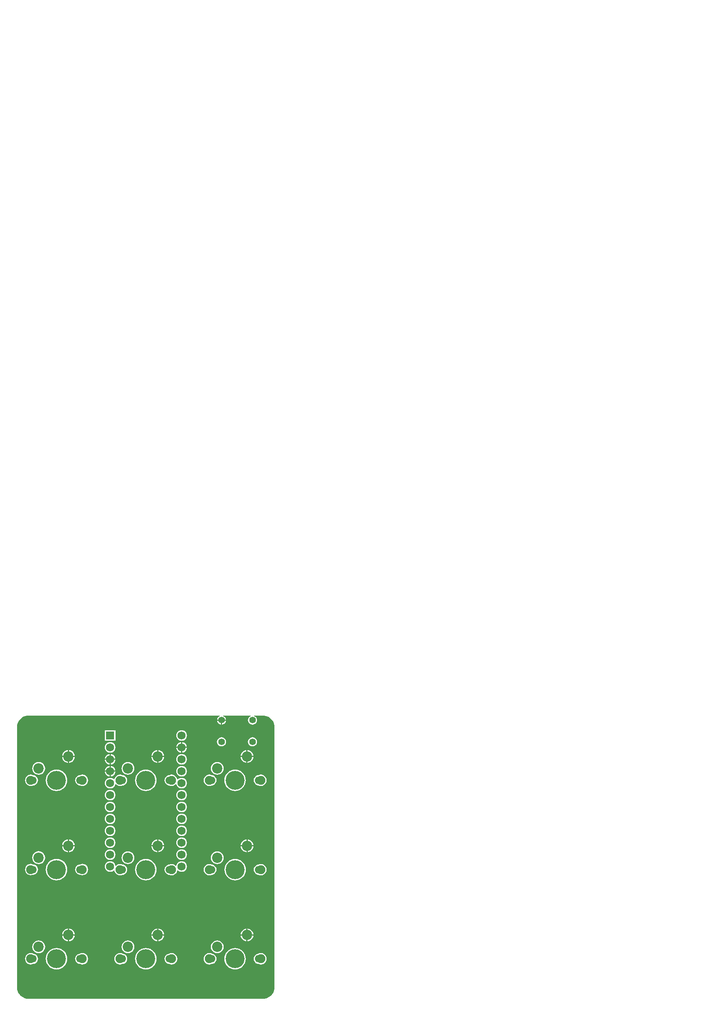
<source format=gbr>
%TF.GenerationSoftware,Altium Limited,Altium Designer,20.1.12 (249)*%
G04 Layer_Physical_Order=1*
G04 Layer_Color=255*
%FSLAX26Y26*%
%MOIN*%
%TF.SameCoordinates,63403D4D-F3CE-4837-A966-4B93B91F9A20*%
%TF.FilePolarity,Positive*%
%TF.FileFunction,Copper,L1,Top,Signal*%
%TF.Part,Single*%
G01*
G75*
%TA.AperFunction,ComponentPad*%
%ADD10C,0.069016*%
%ADD11R,0.069016X0.069016*%
%ADD12C,0.086614*%
%ADD13C,0.066929*%
%ADD14C,0.074803*%
%ADD15C,0.159449*%
%ADD16C,0.055118*%
G36*
X2099802Y2378590D02*
X2117356Y2371319D01*
X2133155Y2360763D01*
X2146590Y2347328D01*
X2157146Y2331530D01*
X2164417Y2313976D01*
X2168124Y2295341D01*
Y2285840D01*
Y99817D01*
Y90511D01*
X2164493Y72256D01*
X2157370Y55060D01*
X2147029Y39584D01*
X2133868Y26423D01*
X2118392Y16082D01*
X2101197Y8960D01*
X2082942Y5329D01*
X2073636Y5329D01*
X93067D01*
X75192Y8884D01*
X58354Y15858D01*
X43201Y25984D01*
X30314Y38870D01*
X20189Y54024D01*
X13215Y70861D01*
X9659Y88736D01*
X9659Y97848D01*
Y2287809D01*
Y2297115D01*
X13290Y2315370D01*
X20413Y2332566D01*
X30754Y2348042D01*
X43915Y2361203D01*
X59390Y2371543D01*
X76586Y2378666D01*
X94841Y2382297D01*
X1709228D01*
X1710223Y2377297D01*
X1705468Y2375327D01*
X1697622Y2369307D01*
X1691602Y2361461D01*
X1687817Y2352325D01*
X1687185Y2347520D01*
X1724410D01*
X1761634D01*
X1761002Y2352325D01*
X1757217Y2361461D01*
X1751197Y2369307D01*
X1743351Y2375327D01*
X1738596Y2377297D01*
X1739591Y2382297D01*
X1969071D01*
X1970065Y2377297D01*
X1965310Y2375327D01*
X1957465Y2369307D01*
X1951444Y2361461D01*
X1947660Y2352325D01*
X1946369Y2342520D01*
X1947660Y2332715D01*
X1951444Y2323578D01*
X1957465Y2315732D01*
X1965310Y2309712D01*
X1974447Y2305927D01*
X1984252Y2304637D01*
X1994057Y2305927D01*
X2003194Y2309712D01*
X2011039Y2315732D01*
X2017060Y2323578D01*
X2020844Y2332715D01*
X2022135Y2342520D01*
X2020844Y2352325D01*
X2017060Y2361461D01*
X2011039Y2369307D01*
X2003194Y2375327D01*
X1998438Y2377297D01*
X1999433Y2382297D01*
X2081167D01*
X2099802Y2378590D01*
D02*
G37*
G36*
X5782598Y8184882D02*
D01*
D02*
G37*
%LPC*%
G36*
X1761634Y2337520D02*
X1729410D01*
Y2305295D01*
X1734214Y2305927D01*
X1743351Y2309712D01*
X1751197Y2315732D01*
X1757217Y2323578D01*
X1761002Y2332715D01*
X1761634Y2337520D01*
D02*
G37*
G36*
X1719410D02*
X1687185D01*
X1687817Y2332715D01*
X1691602Y2323578D01*
X1697622Y2315732D01*
X1705468Y2309712D01*
X1714605Y2305927D01*
X1719410Y2305295D01*
Y2337520D01*
D02*
G37*
G36*
X834272Y2258681D02*
X745256D01*
Y2169665D01*
X834272D01*
Y2258681D01*
D02*
G37*
G36*
X1389764Y2259065D02*
X1378145Y2257535D01*
X1367318Y2253051D01*
X1358020Y2245917D01*
X1350886Y2236619D01*
X1346402Y2225792D01*
X1344872Y2214173D01*
X1346402Y2202554D01*
X1350886Y2191727D01*
X1358020Y2182430D01*
X1367318Y2175296D01*
X1378145Y2170811D01*
X1389764Y2169281D01*
X1401383Y2170811D01*
X1412210Y2175296D01*
X1421507Y2182430D01*
X1428641Y2191727D01*
X1433126Y2202554D01*
X1434656Y2214173D01*
X1433126Y2225792D01*
X1428641Y2236619D01*
X1421507Y2245917D01*
X1412210Y2253051D01*
X1401383Y2257535D01*
X1389764Y2259065D01*
D02*
G37*
G36*
X1984252Y2199300D02*
X1974447Y2198010D01*
X1965310Y2194225D01*
X1957465Y2188205D01*
X1951444Y2180359D01*
X1947660Y2171222D01*
X1946369Y2161417D01*
X1947660Y2151613D01*
X1951444Y2142476D01*
X1957465Y2134630D01*
X1965310Y2128610D01*
X1974447Y2124825D01*
X1984252Y2123534D01*
X1994057Y2124825D01*
X2003194Y2128610D01*
X2011039Y2134630D01*
X2017060Y2142476D01*
X2020844Y2151613D01*
X2022135Y2161417D01*
X2020844Y2171222D01*
X2017060Y2180359D01*
X2011039Y2188205D01*
X2003194Y2194225D01*
X1994057Y2198010D01*
X1984252Y2199300D01*
D02*
G37*
G36*
X1724409D02*
X1714605Y2198010D01*
X1705468Y2194225D01*
X1697622Y2188205D01*
X1691602Y2180359D01*
X1687817Y2171222D01*
X1686526Y2161417D01*
X1687817Y2151613D01*
X1691602Y2142476D01*
X1697622Y2134630D01*
X1705468Y2128610D01*
X1714605Y2124825D01*
X1724409Y2123534D01*
X1734214Y2124825D01*
X1743351Y2128610D01*
X1751197Y2134630D01*
X1757217Y2142476D01*
X1761002Y2151613D01*
X1762293Y2161417D01*
X1761002Y2171222D01*
X1757217Y2180359D01*
X1751197Y2188205D01*
X1743351Y2194225D01*
X1734214Y2198010D01*
X1724409Y2199300D01*
D02*
G37*
G36*
X1394764Y2158407D02*
Y2119173D01*
X1433997D01*
X1433126Y2125792D01*
X1428641Y2136619D01*
X1421507Y2145917D01*
X1412210Y2153051D01*
X1401383Y2157535D01*
X1394764Y2158407D01*
D02*
G37*
G36*
X1384764D02*
X1378145Y2157535D01*
X1367318Y2153051D01*
X1358020Y2145917D01*
X1350886Y2136619D01*
X1346402Y2125792D01*
X1345530Y2119173D01*
X1384764D01*
Y2158407D01*
D02*
G37*
G36*
X1433997Y2109173D02*
X1394764D01*
Y2069940D01*
X1401383Y2070811D01*
X1412210Y2075296D01*
X1421507Y2082430D01*
X1428641Y2091727D01*
X1433126Y2102554D01*
X1433997Y2109173D01*
D02*
G37*
G36*
X1384764D02*
X1345530D01*
X1346402Y2102554D01*
X1350886Y2091727D01*
X1358020Y2082430D01*
X1367318Y2075296D01*
X1378145Y2070811D01*
X1384764Y2069940D01*
Y2109173D01*
D02*
G37*
G36*
X789764Y2159065D02*
X778145Y2157535D01*
X767318Y2153051D01*
X758020Y2145917D01*
X750886Y2136619D01*
X746402Y2125792D01*
X744872Y2114173D01*
X746402Y2102554D01*
X750886Y2091727D01*
X758020Y2082430D01*
X767318Y2075296D01*
X778145Y2070811D01*
X789764Y2069281D01*
X801383Y2070811D01*
X812210Y2075296D01*
X821507Y2082430D01*
X828641Y2091727D01*
X833126Y2102554D01*
X834656Y2114173D01*
X833126Y2125792D01*
X828641Y2136619D01*
X821507Y2145917D01*
X812210Y2153051D01*
X801383Y2157535D01*
X789764Y2159065D01*
D02*
G37*
G36*
X1943539Y2091180D02*
Y2043071D01*
X1991648D01*
X1990474Y2051987D01*
X1985103Y2064954D01*
X1976559Y2076090D01*
X1965423Y2084635D01*
X1952455Y2090006D01*
X1943539Y2091180D01*
D02*
G37*
G36*
X1933539D02*
X1924623Y2090006D01*
X1911656Y2084635D01*
X1900520Y2076090D01*
X1891976Y2064954D01*
X1886604Y2051987D01*
X1885431Y2043071D01*
X1933539D01*
Y2091180D01*
D02*
G37*
G36*
X1194327D02*
Y2043071D01*
X1242436D01*
X1241262Y2051987D01*
X1235891Y2064954D01*
X1227346Y2076090D01*
X1216210Y2084635D01*
X1203243Y2090006D01*
X1194327Y2091180D01*
D02*
G37*
G36*
X1184327D02*
X1175411Y2090006D01*
X1162443Y2084635D01*
X1151308Y2076090D01*
X1142763Y2064954D01*
X1137392Y2051987D01*
X1136218Y2043071D01*
X1184327D01*
Y2091180D01*
D02*
G37*
G36*
X445114D02*
Y2043071D01*
X493223D01*
X492049Y2051987D01*
X486678Y2064954D01*
X478133Y2076090D01*
X466998Y2084635D01*
X454030Y2090006D01*
X445114Y2091180D01*
D02*
G37*
G36*
X435114D02*
X426198Y2090006D01*
X413231Y2084635D01*
X402095Y2076090D01*
X393550Y2064954D01*
X388179Y2051987D01*
X387005Y2043071D01*
X435114D01*
Y2091180D01*
D02*
G37*
G36*
X794764Y2058407D02*
Y2019173D01*
X833997D01*
X833126Y2025792D01*
X828641Y2036619D01*
X821507Y2045917D01*
X812210Y2053051D01*
X801383Y2057535D01*
X794764Y2058407D01*
D02*
G37*
G36*
X784764D02*
X778145Y2057535D01*
X767318Y2053051D01*
X758020Y2045917D01*
X750886Y2036619D01*
X746402Y2025792D01*
X745530Y2019173D01*
X784764D01*
Y2058407D01*
D02*
G37*
G36*
X1991648Y2033071D02*
X1943539D01*
Y1984962D01*
X1952455Y1986136D01*
X1965423Y1991507D01*
X1976559Y2000052D01*
X1985103Y2011187D01*
X1990474Y2024155D01*
X1991648Y2033071D01*
D02*
G37*
G36*
X1933539D02*
X1885431D01*
X1886604Y2024155D01*
X1891976Y2011187D01*
X1900520Y2000052D01*
X1911656Y1991507D01*
X1924623Y1986136D01*
X1933539Y1984962D01*
Y2033071D01*
D02*
G37*
G36*
X493223D02*
X445114D01*
Y1984962D01*
X454030Y1986136D01*
X466998Y1991507D01*
X478133Y2000052D01*
X486678Y2011187D01*
X492049Y2024155D01*
X493223Y2033071D01*
D02*
G37*
G36*
X435114D02*
X387005D01*
X388179Y2024155D01*
X393550Y2011187D01*
X402095Y2000052D01*
X413231Y1991507D01*
X426198Y1986136D01*
X435114Y1984962D01*
Y2033071D01*
D02*
G37*
G36*
X1242436D02*
X1194327D01*
Y1984962D01*
X1203243Y1986136D01*
X1216210Y1991507D01*
X1227346Y2000052D01*
X1235891Y2011187D01*
X1241262Y2024155D01*
X1242436Y2033071D01*
D02*
G37*
G36*
X1184327D02*
X1136218D01*
X1137392Y2024155D01*
X1142763Y2011187D01*
X1151308Y2000052D01*
X1162443Y1991507D01*
X1175411Y1986136D01*
X1184327Y1984962D01*
Y2033071D01*
D02*
G37*
G36*
X833997Y2009173D02*
X794764D01*
Y1969940D01*
X801383Y1970811D01*
X812210Y1975296D01*
X821507Y1982430D01*
X828641Y1991727D01*
X833126Y2002554D01*
X833997Y2009173D01*
D02*
G37*
G36*
X784764D02*
X745530D01*
X746402Y2002554D01*
X750886Y1991727D01*
X758020Y1982430D01*
X767318Y1975296D01*
X778145Y1970811D01*
X784764Y1969940D01*
Y2009173D01*
D02*
G37*
G36*
X1389764Y2059065D02*
X1378145Y2057535D01*
X1367318Y2053051D01*
X1358020Y2045917D01*
X1350886Y2036619D01*
X1346402Y2025792D01*
X1344872Y2014173D01*
X1346402Y2002554D01*
X1350886Y1991727D01*
X1358020Y1982430D01*
X1367318Y1975296D01*
X1378145Y1970811D01*
X1389764Y1969281D01*
X1401383Y1970811D01*
X1412210Y1975296D01*
X1421507Y1982430D01*
X1428641Y1991727D01*
X1433126Y2002554D01*
X1434656Y2014173D01*
X1433126Y2025792D01*
X1428641Y2036619D01*
X1421507Y2045917D01*
X1412210Y2053051D01*
X1401383Y2057535D01*
X1389764Y2059065D01*
D02*
G37*
G36*
X794764Y1958407D02*
Y1919173D01*
X833997D01*
X833126Y1925792D01*
X828641Y1936619D01*
X821507Y1945917D01*
X812210Y1953051D01*
X801383Y1957535D01*
X794764Y1958407D01*
D02*
G37*
G36*
X784764D02*
X778145Y1957535D01*
X767318Y1953051D01*
X758020Y1945917D01*
X750886Y1936619D01*
X746402Y1925792D01*
X745530Y1919173D01*
X784764D01*
Y1958407D01*
D02*
G37*
G36*
X1688539Y1991838D02*
X1674623Y1990006D01*
X1661656Y1984635D01*
X1650520Y1976090D01*
X1641976Y1964954D01*
X1636604Y1951987D01*
X1634772Y1938071D01*
X1636604Y1924155D01*
X1641976Y1911187D01*
X1650520Y1900052D01*
X1661656Y1891507D01*
X1674623Y1886136D01*
X1688539Y1884304D01*
X1702455Y1886136D01*
X1715423Y1891507D01*
X1726559Y1900052D01*
X1735103Y1911187D01*
X1740474Y1924155D01*
X1742306Y1938071D01*
X1740474Y1951987D01*
X1735103Y1964954D01*
X1726559Y1976090D01*
X1715423Y1984635D01*
X1702455Y1990006D01*
X1688539Y1991838D01*
D02*
G37*
G36*
X939327D02*
X925411Y1990006D01*
X912443Y1984635D01*
X901308Y1976090D01*
X892763Y1964954D01*
X887392Y1951987D01*
X885560Y1938071D01*
X887392Y1924155D01*
X892763Y1911187D01*
X901308Y1900052D01*
X912443Y1891507D01*
X925411Y1886136D01*
X939327Y1884304D01*
X953243Y1886136D01*
X966210Y1891507D01*
X977346Y1900052D01*
X985891Y1911187D01*
X991262Y1924155D01*
X993094Y1938071D01*
X991262Y1951987D01*
X985891Y1964954D01*
X977346Y1976090D01*
X966210Y1984635D01*
X953243Y1990006D01*
X939327Y1991838D01*
D02*
G37*
G36*
X190114D02*
X176198Y1990006D01*
X163231Y1984635D01*
X152095Y1976090D01*
X143550Y1964954D01*
X138179Y1951987D01*
X136347Y1938071D01*
X138179Y1924155D01*
X143550Y1911187D01*
X152095Y1900052D01*
X163231Y1891507D01*
X176198Y1886136D01*
X190114Y1884304D01*
X204030Y1886136D01*
X216998Y1891507D01*
X228133Y1900052D01*
X236678Y1911187D01*
X242049Y1924155D01*
X243881Y1938071D01*
X242049Y1951987D01*
X236678Y1964954D01*
X228133Y1976090D01*
X216998Y1984635D01*
X204030Y1990006D01*
X190114Y1991838D01*
D02*
G37*
G36*
X833997Y1909173D02*
X794764D01*
Y1869940D01*
X801383Y1870811D01*
X812210Y1875296D01*
X821507Y1882430D01*
X828641Y1891727D01*
X833126Y1902554D01*
X833997Y1909173D01*
D02*
G37*
G36*
X784764D02*
X745530D01*
X746402Y1902554D01*
X750886Y1891727D01*
X758020Y1882430D01*
X767318Y1875296D01*
X778145Y1870811D01*
X784764Y1869940D01*
Y1909173D01*
D02*
G37*
G36*
X1389764Y1959065D02*
X1378145Y1957535D01*
X1367318Y1953051D01*
X1358020Y1945917D01*
X1350886Y1936619D01*
X1346402Y1925792D01*
X1344872Y1914173D01*
X1346402Y1902554D01*
X1350886Y1891727D01*
X1358020Y1882430D01*
X1367318Y1875296D01*
X1378145Y1870811D01*
X1389764Y1869281D01*
X1401383Y1870811D01*
X1412210Y1875296D01*
X1421507Y1882430D01*
X1428641Y1891727D01*
X1433126Y1902554D01*
X1434656Y1914173D01*
X1433126Y1925792D01*
X1428641Y1936619D01*
X1421507Y1945917D01*
X1412210Y1953051D01*
X1401383Y1957535D01*
X1389764Y1959065D01*
D02*
G37*
G36*
X872791Y1885881D02*
X860417Y1884252D01*
X848886Y1879476D01*
X838984Y1871878D01*
X831386Y1861976D01*
X826610Y1850445D01*
X826179Y1847168D01*
X825450Y1846973D01*
X821020Y1846291D01*
X812210Y1853051D01*
X801383Y1857535D01*
X789764Y1859065D01*
X778145Y1857535D01*
X767318Y1853051D01*
X758020Y1845917D01*
X750886Y1836619D01*
X746402Y1825792D01*
X744872Y1814173D01*
X746402Y1802554D01*
X750886Y1791727D01*
X758020Y1782430D01*
X767318Y1775296D01*
X778145Y1770811D01*
X789764Y1769281D01*
X801383Y1770811D01*
X812210Y1775296D01*
X821507Y1782430D01*
X828641Y1791727D01*
X833126Y1802554D01*
X833323Y1804053D01*
X838153Y1805347D01*
X838984Y1804264D01*
X848886Y1796666D01*
X860417Y1791889D01*
X872791Y1790260D01*
X885166Y1791889D01*
X891515Y1794519D01*
X900673Y1795725D01*
X911247Y1800105D01*
X920326Y1807072D01*
X927293Y1816151D01*
X931673Y1826724D01*
X933166Y1838071D01*
X931673Y1849417D01*
X927293Y1859991D01*
X920326Y1869070D01*
X911247Y1876037D01*
X900673Y1880417D01*
X891515Y1881622D01*
X885166Y1884252D01*
X872791Y1885881D01*
D02*
G37*
G36*
X2055075D02*
X2042701Y1884252D01*
X2036352Y1881622D01*
X2027193Y1880417D01*
X2016620Y1876037D01*
X2007540Y1869070D01*
X2000573Y1859991D01*
X1996194Y1849417D01*
X1994700Y1838071D01*
X1996194Y1826724D01*
X2000573Y1816151D01*
X2007540Y1807072D01*
X2016620Y1800105D01*
X2027193Y1795725D01*
X2036352Y1794519D01*
X2042701Y1791889D01*
X2055075Y1790260D01*
X2067449Y1791889D01*
X2078980Y1796666D01*
X2088882Y1804264D01*
X2096480Y1814166D01*
X2101256Y1825697D01*
X2102885Y1838071D01*
X2101256Y1850445D01*
X2096480Y1861976D01*
X2088882Y1871878D01*
X2078980Y1879476D01*
X2067449Y1884252D01*
X2055075Y1885881D01*
D02*
G37*
G36*
X1622004D02*
X1609630Y1884252D01*
X1598099Y1879476D01*
X1588197Y1871878D01*
X1580599Y1861976D01*
X1575822Y1850445D01*
X1574193Y1838071D01*
X1575822Y1825697D01*
X1580599Y1814166D01*
X1588197Y1804264D01*
X1598099Y1796666D01*
X1609630Y1791889D01*
X1622004Y1790260D01*
X1634378Y1791889D01*
X1640727Y1794519D01*
X1649886Y1795725D01*
X1660459Y1800105D01*
X1669539Y1807072D01*
X1676505Y1816151D01*
X1680885Y1826724D01*
X1682379Y1838071D01*
X1680885Y1849417D01*
X1676505Y1859991D01*
X1669539Y1869070D01*
X1660459Y1876037D01*
X1649886Y1880417D01*
X1640727Y1881622D01*
X1634378Y1884252D01*
X1622004Y1885881D01*
D02*
G37*
G36*
X556650D02*
X544275Y1884252D01*
X537926Y1881622D01*
X528768Y1880417D01*
X518194Y1876037D01*
X509115Y1869070D01*
X502148Y1859991D01*
X497768Y1849417D01*
X496275Y1838071D01*
X497768Y1826724D01*
X502148Y1816151D01*
X509115Y1807072D01*
X518194Y1800105D01*
X528768Y1795725D01*
X537926Y1794519D01*
X544275Y1791889D01*
X556650Y1790260D01*
X569024Y1791889D01*
X580555Y1796666D01*
X590457Y1804264D01*
X598055Y1814166D01*
X602831Y1825697D01*
X604460Y1838071D01*
X602831Y1850445D01*
X598055Y1861976D01*
X590457Y1871878D01*
X580555Y1879476D01*
X569024Y1884252D01*
X556650Y1885881D01*
D02*
G37*
G36*
X123579D02*
X111204Y1884252D01*
X99674Y1879476D01*
X89772Y1871878D01*
X82174Y1861976D01*
X77397Y1850445D01*
X75768Y1838071D01*
X77397Y1825697D01*
X82174Y1814166D01*
X89772Y1804264D01*
X99673Y1796666D01*
X111204Y1791889D01*
X123579Y1790260D01*
X135953Y1791889D01*
X142302Y1794519D01*
X151461Y1795725D01*
X162034Y1800105D01*
X171113Y1807072D01*
X178080Y1816151D01*
X182460Y1826724D01*
X183954Y1838071D01*
X182460Y1849417D01*
X178080Y1859991D01*
X171113Y1869070D01*
X162034Y1876037D01*
X151461Y1880417D01*
X142302Y1881622D01*
X135953Y1884252D01*
X123579Y1885881D01*
D02*
G37*
G36*
X1305862D02*
X1293488Y1884252D01*
X1287139Y1881622D01*
X1277980Y1880417D01*
X1267407Y1876037D01*
X1258328Y1869070D01*
X1251361Y1859991D01*
X1246981Y1849417D01*
X1245487Y1838071D01*
X1246981Y1826724D01*
X1251361Y1816151D01*
X1258328Y1807072D01*
X1267407Y1800105D01*
X1277980Y1795725D01*
X1287139Y1794519D01*
X1293488Y1791889D01*
X1305862Y1790260D01*
X1318237Y1791889D01*
X1329768Y1796666D01*
X1339669Y1804264D01*
X1341247Y1806319D01*
X1346076Y1805025D01*
X1346402Y1802554D01*
X1350886Y1791727D01*
X1358020Y1782430D01*
X1367318Y1775296D01*
X1378145Y1770811D01*
X1389764Y1769281D01*
X1401383Y1770811D01*
X1412210Y1775296D01*
X1421507Y1782430D01*
X1428641Y1791727D01*
X1433126Y1802554D01*
X1434656Y1814173D01*
X1433126Y1825792D01*
X1428641Y1836619D01*
X1421507Y1845917D01*
X1412210Y1853051D01*
X1401383Y1857535D01*
X1389764Y1859065D01*
X1378145Y1857535D01*
X1367318Y1853051D01*
X1358020Y1845917D01*
X1357405Y1845114D01*
X1352575Y1846409D01*
X1352044Y1850445D01*
X1347267Y1861976D01*
X1339669Y1871878D01*
X1329768Y1879476D01*
X1318237Y1884252D01*
X1305862Y1885881D01*
D02*
G37*
G36*
X1838539Y1928229D02*
X1820950Y1926497D01*
X1804037Y1921367D01*
X1788450Y1913035D01*
X1774788Y1901823D01*
X1763575Y1888160D01*
X1755244Y1872573D01*
X1750113Y1855660D01*
X1748381Y1838071D01*
X1750113Y1820482D01*
X1755244Y1803569D01*
X1763575Y1787982D01*
X1774788Y1774319D01*
X1788450Y1763107D01*
X1804037Y1754775D01*
X1820950Y1749645D01*
X1838539Y1747912D01*
X1856129Y1749645D01*
X1873042Y1754775D01*
X1888629Y1763107D01*
X1902291Y1774319D01*
X1913504Y1787982D01*
X1921835Y1803569D01*
X1926966Y1820482D01*
X1928698Y1838071D01*
X1926966Y1855660D01*
X1921835Y1872573D01*
X1913504Y1888160D01*
X1902291Y1901823D01*
X1888629Y1913035D01*
X1873042Y1921367D01*
X1856129Y1926497D01*
X1838539Y1928229D01*
D02*
G37*
G36*
X1089327D02*
X1071738Y1926497D01*
X1054825Y1921367D01*
X1039237Y1913035D01*
X1025575Y1901823D01*
X1014363Y1888160D01*
X1006031Y1872573D01*
X1000901Y1855660D01*
X999168Y1838071D01*
X1000901Y1820482D01*
X1006031Y1803569D01*
X1014363Y1787982D01*
X1025575Y1774319D01*
X1039237Y1763107D01*
X1054825Y1754775D01*
X1071738Y1749645D01*
X1089327Y1747912D01*
X1106916Y1749645D01*
X1123829Y1754775D01*
X1139416Y1763107D01*
X1153079Y1774319D01*
X1164291Y1787982D01*
X1172622Y1803569D01*
X1177753Y1820482D01*
X1179485Y1838071D01*
X1177753Y1855660D01*
X1172622Y1872573D01*
X1164291Y1888160D01*
X1153079Y1901823D01*
X1139416Y1913035D01*
X1123829Y1921367D01*
X1106916Y1926497D01*
X1089327Y1928229D01*
D02*
G37*
G36*
X340114D02*
X322525Y1926497D01*
X305612Y1921367D01*
X290025Y1913035D01*
X276363Y1901823D01*
X265150Y1888160D01*
X256819Y1872573D01*
X251688Y1855660D01*
X249956Y1838071D01*
X251688Y1820482D01*
X256819Y1803569D01*
X265150Y1787982D01*
X276363Y1774319D01*
X290025Y1763107D01*
X305612Y1754775D01*
X322525Y1749645D01*
X340114Y1747912D01*
X357703Y1749645D01*
X374616Y1754775D01*
X390204Y1763107D01*
X403866Y1774319D01*
X415078Y1787982D01*
X423410Y1803569D01*
X428540Y1820482D01*
X430273Y1838071D01*
X428540Y1855660D01*
X423410Y1872573D01*
X415078Y1888160D01*
X403866Y1901823D01*
X390204Y1913035D01*
X374616Y1921367D01*
X357703Y1926497D01*
X340114Y1928229D01*
D02*
G37*
G36*
X1389764Y1759065D02*
X1378145Y1757535D01*
X1367318Y1753051D01*
X1358020Y1745917D01*
X1350886Y1736619D01*
X1346402Y1725792D01*
X1344872Y1714173D01*
X1346402Y1702554D01*
X1350886Y1691727D01*
X1358020Y1682430D01*
X1367318Y1675296D01*
X1378145Y1670811D01*
X1389764Y1669281D01*
X1401383Y1670811D01*
X1412210Y1675296D01*
X1421507Y1682430D01*
X1428641Y1691727D01*
X1433126Y1702554D01*
X1434656Y1714173D01*
X1433126Y1725792D01*
X1428641Y1736619D01*
X1421507Y1745917D01*
X1412210Y1753051D01*
X1401383Y1757535D01*
X1389764Y1759065D01*
D02*
G37*
G36*
X789764D02*
X778145Y1757535D01*
X767318Y1753051D01*
X758020Y1745917D01*
X750886Y1736619D01*
X746402Y1725792D01*
X744872Y1714173D01*
X746402Y1702554D01*
X750886Y1691727D01*
X758020Y1682430D01*
X767318Y1675296D01*
X778145Y1670811D01*
X789764Y1669281D01*
X801383Y1670811D01*
X812210Y1675296D01*
X821507Y1682430D01*
X828641Y1691727D01*
X833126Y1702554D01*
X834656Y1714173D01*
X833126Y1725792D01*
X828641Y1736619D01*
X821507Y1745917D01*
X812210Y1753051D01*
X801383Y1757535D01*
X789764Y1759065D01*
D02*
G37*
G36*
X1389764Y1659065D02*
X1378145Y1657535D01*
X1367318Y1653051D01*
X1358020Y1645917D01*
X1350886Y1636619D01*
X1346402Y1625792D01*
X1344872Y1614173D01*
X1346402Y1602554D01*
X1350886Y1591727D01*
X1358020Y1582430D01*
X1367318Y1575296D01*
X1378145Y1570811D01*
X1389764Y1569281D01*
X1401383Y1570811D01*
X1412210Y1575296D01*
X1421507Y1582430D01*
X1428641Y1591727D01*
X1433126Y1602554D01*
X1434656Y1614173D01*
X1433126Y1625792D01*
X1428641Y1636619D01*
X1421507Y1645917D01*
X1412210Y1653051D01*
X1401383Y1657535D01*
X1389764Y1659065D01*
D02*
G37*
G36*
X789764D02*
X778145Y1657535D01*
X767318Y1653051D01*
X758020Y1645917D01*
X750886Y1636619D01*
X746402Y1625792D01*
X744872Y1614173D01*
X746402Y1602554D01*
X750886Y1591727D01*
X758020Y1582430D01*
X767318Y1575296D01*
X778145Y1570811D01*
X789764Y1569281D01*
X801383Y1570811D01*
X812210Y1575296D01*
X821507Y1582430D01*
X828641Y1591727D01*
X833126Y1602554D01*
X834656Y1614173D01*
X833126Y1625792D01*
X828641Y1636619D01*
X821507Y1645917D01*
X812210Y1653051D01*
X801383Y1657535D01*
X789764Y1659065D01*
D02*
G37*
G36*
X1389764Y1559065D02*
X1378145Y1557535D01*
X1367318Y1553051D01*
X1358020Y1545917D01*
X1350886Y1536619D01*
X1346402Y1525792D01*
X1344872Y1514173D01*
X1346402Y1502554D01*
X1350886Y1491727D01*
X1358020Y1482430D01*
X1367318Y1475296D01*
X1378145Y1470811D01*
X1389764Y1469281D01*
X1401383Y1470811D01*
X1412210Y1475296D01*
X1421507Y1482430D01*
X1428641Y1491727D01*
X1433126Y1502554D01*
X1434656Y1514173D01*
X1433126Y1525792D01*
X1428641Y1536619D01*
X1421507Y1545917D01*
X1412210Y1553051D01*
X1401383Y1557535D01*
X1389764Y1559065D01*
D02*
G37*
G36*
X789764D02*
X778145Y1557535D01*
X767318Y1553051D01*
X758020Y1545917D01*
X750886Y1536619D01*
X746402Y1525792D01*
X744872Y1514173D01*
X746402Y1502554D01*
X750886Y1491727D01*
X758020Y1482430D01*
X767318Y1475296D01*
X778145Y1470811D01*
X789764Y1469281D01*
X801383Y1470811D01*
X812210Y1475296D01*
X821507Y1482430D01*
X828641Y1491727D01*
X833126Y1502554D01*
X834656Y1514173D01*
X833126Y1525792D01*
X828641Y1536619D01*
X821507Y1545917D01*
X812210Y1553051D01*
X801383Y1557535D01*
X789764Y1559065D01*
D02*
G37*
G36*
X1389764Y1459065D02*
X1378145Y1457535D01*
X1367318Y1453051D01*
X1358020Y1445917D01*
X1350886Y1436619D01*
X1346402Y1425792D01*
X1344872Y1414173D01*
X1346402Y1402554D01*
X1350886Y1391727D01*
X1358020Y1382430D01*
X1367318Y1375296D01*
X1378145Y1370811D01*
X1389764Y1369281D01*
X1401383Y1370811D01*
X1412210Y1375296D01*
X1421507Y1382430D01*
X1428641Y1391727D01*
X1433126Y1402554D01*
X1434656Y1414173D01*
X1433126Y1425792D01*
X1428641Y1436619D01*
X1421507Y1445917D01*
X1412210Y1453051D01*
X1401383Y1457535D01*
X1389764Y1459065D01*
D02*
G37*
G36*
X789764D02*
X778145Y1457535D01*
X767318Y1453051D01*
X758020Y1445917D01*
X750886Y1436619D01*
X746402Y1425792D01*
X744872Y1414173D01*
X746402Y1402554D01*
X750886Y1391727D01*
X758020Y1382430D01*
X767318Y1375296D01*
X778145Y1370811D01*
X789764Y1369281D01*
X801383Y1370811D01*
X812210Y1375296D01*
X821507Y1382430D01*
X828641Y1391727D01*
X833126Y1402554D01*
X834656Y1414173D01*
X833126Y1425792D01*
X828641Y1436619D01*
X821507Y1445917D01*
X812210Y1453051D01*
X801383Y1457535D01*
X789764Y1459065D01*
D02*
G37*
G36*
X445114Y1341967D02*
Y1293858D01*
X493223D01*
X492049Y1302774D01*
X486678Y1315742D01*
X478133Y1326877D01*
X466998Y1335422D01*
X454030Y1340793D01*
X445114Y1341967D01*
D02*
G37*
G36*
X435114D02*
X426198Y1340793D01*
X413231Y1335422D01*
X402095Y1326877D01*
X393550Y1315742D01*
X388179Y1302774D01*
X387005Y1293858D01*
X435114D01*
Y1341967D01*
D02*
G37*
G36*
X1943776Y1340944D02*
Y1292835D01*
X1991884D01*
X1990711Y1301751D01*
X1985339Y1314718D01*
X1976795Y1325854D01*
X1965659Y1334398D01*
X1952692Y1339770D01*
X1943776Y1340944D01*
D02*
G37*
G36*
X1933776D02*
X1924860Y1339770D01*
X1911892Y1334398D01*
X1900757Y1325854D01*
X1892212Y1314718D01*
X1886841Y1301751D01*
X1885667Y1292835D01*
X1933776D01*
Y1340944D01*
D02*
G37*
G36*
X1194563D02*
Y1292835D01*
X1242672D01*
X1241498Y1301751D01*
X1236127Y1314718D01*
X1227582Y1325854D01*
X1216447Y1334398D01*
X1203479Y1339770D01*
X1194563Y1340944D01*
D02*
G37*
G36*
X1184563D02*
X1175647Y1339770D01*
X1162680Y1334398D01*
X1151544Y1325854D01*
X1142999Y1314718D01*
X1137628Y1301751D01*
X1136454Y1292835D01*
X1184563D01*
Y1340944D01*
D02*
G37*
G36*
X1389764Y1359065D02*
X1378145Y1357535D01*
X1367318Y1353051D01*
X1358020Y1345917D01*
X1350886Y1336619D01*
X1346402Y1325792D01*
X1344872Y1314173D01*
X1346402Y1302554D01*
X1350886Y1291727D01*
X1358020Y1282430D01*
X1367318Y1275296D01*
X1378145Y1270811D01*
X1389764Y1269281D01*
X1401383Y1270811D01*
X1412210Y1275296D01*
X1421507Y1282430D01*
X1428641Y1291727D01*
X1433126Y1302554D01*
X1434656Y1314173D01*
X1433126Y1325792D01*
X1428641Y1336619D01*
X1421507Y1345917D01*
X1412210Y1353051D01*
X1401383Y1357535D01*
X1389764Y1359065D01*
D02*
G37*
G36*
X789764D02*
X778145Y1357535D01*
X767318Y1353051D01*
X758020Y1345917D01*
X750886Y1336619D01*
X746402Y1325792D01*
X744872Y1314173D01*
X746402Y1302554D01*
X750886Y1291727D01*
X758020Y1282430D01*
X767318Y1275296D01*
X778145Y1270811D01*
X789764Y1269281D01*
X801383Y1270811D01*
X812210Y1275296D01*
X821507Y1282430D01*
X828641Y1291727D01*
X833126Y1302554D01*
X834656Y1314173D01*
X833126Y1325792D01*
X828641Y1336619D01*
X821507Y1345917D01*
X812210Y1353051D01*
X801383Y1357535D01*
X789764Y1359065D01*
D02*
G37*
G36*
X493223Y1283858D02*
X445114D01*
Y1235749D01*
X454030Y1236923D01*
X466998Y1242295D01*
X478133Y1250839D01*
X486678Y1261975D01*
X492049Y1274942D01*
X493223Y1283858D01*
D02*
G37*
G36*
X435114D02*
X387005D01*
X388179Y1274942D01*
X393550Y1261975D01*
X402095Y1250839D01*
X413231Y1242295D01*
X426198Y1236923D01*
X435114Y1235749D01*
Y1283858D01*
D02*
G37*
G36*
X1991884Y1282835D02*
X1943776D01*
Y1234726D01*
X1952692Y1235900D01*
X1965659Y1241271D01*
X1976795Y1249816D01*
X1985339Y1260951D01*
X1990711Y1273919D01*
X1991884Y1282835D01*
D02*
G37*
G36*
X1933776D02*
X1885667D01*
X1886841Y1273919D01*
X1892212Y1260951D01*
X1900757Y1249816D01*
X1911892Y1241271D01*
X1924860Y1235900D01*
X1933776Y1234726D01*
Y1282835D01*
D02*
G37*
G36*
X1242672D02*
X1194563D01*
Y1234726D01*
X1203479Y1235900D01*
X1216447Y1241271D01*
X1227582Y1249816D01*
X1236127Y1260951D01*
X1241498Y1273919D01*
X1242672Y1282835D01*
D02*
G37*
G36*
X1184563D02*
X1136454D01*
X1137628Y1273919D01*
X1142999Y1260951D01*
X1151544Y1249816D01*
X1162680Y1241271D01*
X1175647Y1235900D01*
X1184563Y1234726D01*
Y1282835D01*
D02*
G37*
G36*
X1389764Y1259065D02*
X1378145Y1257535D01*
X1367318Y1253051D01*
X1358020Y1245917D01*
X1350886Y1236619D01*
X1346402Y1225792D01*
X1344872Y1214173D01*
X1346402Y1202554D01*
X1350886Y1191727D01*
X1358020Y1182430D01*
X1367318Y1175296D01*
X1378145Y1170811D01*
X1389764Y1169281D01*
X1401383Y1170811D01*
X1412210Y1175296D01*
X1421507Y1182430D01*
X1428641Y1191727D01*
X1433126Y1202554D01*
X1434656Y1214173D01*
X1433126Y1225792D01*
X1428641Y1236619D01*
X1421507Y1245917D01*
X1412210Y1253051D01*
X1401383Y1257535D01*
X1389764Y1259065D01*
D02*
G37*
G36*
X789764D02*
X778145Y1257535D01*
X767318Y1253051D01*
X758020Y1245917D01*
X750886Y1236619D01*
X746402Y1225792D01*
X744872Y1214173D01*
X746402Y1202554D01*
X750886Y1191727D01*
X758020Y1182430D01*
X767318Y1175296D01*
X778145Y1170811D01*
X789764Y1169281D01*
X801383Y1170811D01*
X812210Y1175296D01*
X821507Y1182430D01*
X828641Y1191727D01*
X833126Y1202554D01*
X834656Y1214173D01*
X833126Y1225792D01*
X828641Y1236619D01*
X821507Y1245917D01*
X812210Y1253051D01*
X801383Y1257535D01*
X789764Y1259065D01*
D02*
G37*
G36*
X190114Y1242625D02*
X176198Y1240793D01*
X163231Y1235422D01*
X152095Y1226877D01*
X143550Y1215742D01*
X138179Y1202774D01*
X136347Y1188858D01*
X138179Y1174942D01*
X143550Y1161975D01*
X152095Y1150839D01*
X163231Y1142295D01*
X176198Y1136923D01*
X190114Y1135091D01*
X204030Y1136923D01*
X216998Y1142295D01*
X228133Y1150839D01*
X236678Y1161975D01*
X242049Y1174942D01*
X243881Y1188858D01*
X242049Y1202774D01*
X236678Y1215742D01*
X228133Y1226877D01*
X216998Y1235422D01*
X204030Y1240793D01*
X190114Y1242625D01*
D02*
G37*
G36*
X1688776Y1241602D02*
X1674860Y1239770D01*
X1661892Y1234398D01*
X1650757Y1225854D01*
X1642212Y1214718D01*
X1636841Y1201751D01*
X1635009Y1187835D01*
X1636841Y1173919D01*
X1642212Y1160951D01*
X1650757Y1149816D01*
X1661892Y1141271D01*
X1674860Y1135900D01*
X1688776Y1134068D01*
X1702692Y1135900D01*
X1715659Y1141271D01*
X1726795Y1149816D01*
X1735339Y1160951D01*
X1740711Y1173919D01*
X1742543Y1187835D01*
X1740711Y1201751D01*
X1735339Y1214718D01*
X1726795Y1225854D01*
X1715659Y1234398D01*
X1702692Y1239770D01*
X1688776Y1241602D01*
D02*
G37*
G36*
X939563D02*
X925647Y1239770D01*
X912680Y1234398D01*
X901544Y1225854D01*
X892999Y1214718D01*
X887628Y1201751D01*
X885796Y1187835D01*
X887628Y1173919D01*
X892999Y1160951D01*
X901544Y1149816D01*
X912680Y1141271D01*
X925647Y1135900D01*
X939563Y1134068D01*
X953479Y1135900D01*
X966447Y1141271D01*
X977582Y1149816D01*
X986127Y1160951D01*
X991498Y1173919D01*
X993330Y1187835D01*
X991498Y1201751D01*
X986127Y1214718D01*
X977582Y1225854D01*
X966447Y1234398D01*
X953479Y1239770D01*
X939563Y1241602D01*
D02*
G37*
G36*
X1389764Y1159065D02*
X1378145Y1157535D01*
X1367318Y1153051D01*
X1358020Y1145917D01*
X1350886Y1136619D01*
X1346402Y1125792D01*
X1345837Y1121501D01*
X1341007Y1120207D01*
X1339906Y1121642D01*
X1330004Y1129240D01*
X1318473Y1134016D01*
X1306099Y1135645D01*
X1293724Y1134016D01*
X1287375Y1131386D01*
X1278217Y1130180D01*
X1267643Y1125801D01*
X1258564Y1118834D01*
X1251597Y1109755D01*
X1247217Y1099181D01*
X1245724Y1087835D01*
X1247217Y1076488D01*
X1251597Y1065915D01*
X1258564Y1056835D01*
X1267643Y1049869D01*
X1278217Y1045489D01*
X1287375Y1044283D01*
X1293724Y1041653D01*
X1306099Y1040024D01*
X1318473Y1041653D01*
X1330004Y1046430D01*
X1339906Y1054028D01*
X1347504Y1063929D01*
X1352280Y1075460D01*
X1353051Y1081318D01*
X1355505Y1081975D01*
X1358220Y1082276D01*
X1367318Y1075296D01*
X1378145Y1070811D01*
X1389764Y1069281D01*
X1401383Y1070811D01*
X1412210Y1075296D01*
X1421507Y1082430D01*
X1428641Y1091727D01*
X1433126Y1102554D01*
X1434656Y1114173D01*
X1433126Y1125792D01*
X1428641Y1136619D01*
X1421507Y1145917D01*
X1412210Y1153051D01*
X1401383Y1157535D01*
X1389764Y1159065D01*
D02*
G37*
G36*
X556650Y1136669D02*
X544275Y1135040D01*
X537926Y1132410D01*
X528768Y1131204D01*
X518194Y1126824D01*
X509115Y1119858D01*
X502148Y1110778D01*
X497768Y1100205D01*
X496275Y1088858D01*
X497768Y1077512D01*
X502148Y1066938D01*
X509115Y1057859D01*
X518194Y1050892D01*
X528768Y1046513D01*
X537926Y1045307D01*
X544275Y1042677D01*
X556650Y1041048D01*
X569024Y1042677D01*
X580555Y1047453D01*
X590457Y1055051D01*
X598055Y1064953D01*
X602831Y1076484D01*
X604460Y1088858D01*
X602831Y1101233D01*
X598055Y1112764D01*
X590457Y1122665D01*
X580555Y1130263D01*
X569024Y1135040D01*
X556650Y1136669D01*
D02*
G37*
G36*
X123579D02*
X111204Y1135040D01*
X99674Y1130263D01*
X89772Y1122665D01*
X82174Y1112764D01*
X77397Y1101233D01*
X75768Y1088858D01*
X77397Y1076484D01*
X82174Y1064953D01*
X89772Y1055051D01*
X99673Y1047453D01*
X111204Y1042677D01*
X123579Y1041048D01*
X135953Y1042677D01*
X142302Y1045307D01*
X151461Y1046513D01*
X162034Y1050892D01*
X171113Y1057859D01*
X178080Y1066938D01*
X182460Y1077512D01*
X183954Y1088858D01*
X182460Y1100205D01*
X178080Y1110778D01*
X171113Y1119858D01*
X162034Y1126824D01*
X151461Y1131204D01*
X142302Y1132410D01*
X135953Y1135040D01*
X123579Y1136669D01*
D02*
G37*
G36*
X2055311Y1135645D02*
X2042937Y1134016D01*
X2036588Y1131386D01*
X2027429Y1130180D01*
X2016856Y1125801D01*
X2007776Y1118834D01*
X2000810Y1109755D01*
X1996430Y1099181D01*
X1994936Y1087835D01*
X1996430Y1076488D01*
X2000810Y1065915D01*
X2007776Y1056835D01*
X2016856Y1049869D01*
X2027429Y1045489D01*
X2036588Y1044283D01*
X2042937Y1041653D01*
X2055311Y1040024D01*
X2067686Y1041653D01*
X2079216Y1046430D01*
X2089118Y1054028D01*
X2096716Y1063929D01*
X2101493Y1075460D01*
X2103122Y1087835D01*
X2101493Y1100209D01*
X2096716Y1111740D01*
X2089118Y1121642D01*
X2079216Y1129240D01*
X2067686Y1134016D01*
X2055311Y1135645D01*
D02*
G37*
G36*
X1622240D02*
X1609866Y1134016D01*
X1598335Y1129240D01*
X1588433Y1121642D01*
X1580835Y1111740D01*
X1576059Y1100209D01*
X1574430Y1087835D01*
X1576059Y1075460D01*
X1580835Y1063929D01*
X1588433Y1054028D01*
X1598335Y1046430D01*
X1609866Y1041653D01*
X1622240Y1040024D01*
X1634614Y1041653D01*
X1640963Y1044283D01*
X1650122Y1045489D01*
X1660695Y1049869D01*
X1669775Y1056835D01*
X1676742Y1065915D01*
X1681121Y1076488D01*
X1682615Y1087835D01*
X1681121Y1099181D01*
X1676742Y1109755D01*
X1669775Y1118834D01*
X1660695Y1125801D01*
X1650122Y1130180D01*
X1640963Y1131386D01*
X1634614Y1134016D01*
X1622240Y1135645D01*
D02*
G37*
G36*
X789764Y1159065D02*
X778145Y1157535D01*
X767318Y1153051D01*
X758020Y1145917D01*
X750886Y1136619D01*
X746402Y1125792D01*
X744872Y1114173D01*
X746402Y1102554D01*
X750886Y1091727D01*
X758020Y1082430D01*
X767318Y1075296D01*
X778145Y1070811D01*
X789764Y1069281D01*
X801383Y1070811D01*
X812210Y1075296D01*
X820942Y1081996D01*
X826098Y1081143D01*
X826846Y1075460D01*
X831622Y1063929D01*
X839221Y1054028D01*
X849122Y1046430D01*
X860653Y1041653D01*
X873028Y1040024D01*
X885402Y1041653D01*
X891751Y1044283D01*
X900909Y1045489D01*
X911483Y1049869D01*
X920562Y1056835D01*
X927529Y1065915D01*
X931909Y1076488D01*
X933403Y1087835D01*
X931909Y1099181D01*
X927529Y1109755D01*
X920562Y1118834D01*
X911483Y1125801D01*
X900909Y1130180D01*
X891751Y1131386D01*
X885402Y1134016D01*
X873028Y1135645D01*
X860653Y1134016D01*
X849122Y1129240D01*
X839221Y1121642D01*
X838462Y1120653D01*
X833632Y1121947D01*
X833126Y1125792D01*
X828641Y1136619D01*
X821507Y1145917D01*
X812210Y1153051D01*
X801383Y1157535D01*
X789764Y1159065D01*
D02*
G37*
G36*
X340114Y1179017D02*
X322525Y1177284D01*
X305612Y1172154D01*
X290025Y1163822D01*
X276363Y1152610D01*
X265150Y1138948D01*
X256819Y1123361D01*
X251688Y1106447D01*
X249956Y1088858D01*
X251688Y1071269D01*
X256819Y1054356D01*
X265150Y1038769D01*
X276363Y1025107D01*
X290025Y1013894D01*
X305612Y1005563D01*
X322525Y1000432D01*
X340114Y998700D01*
X357703Y1000432D01*
X374616Y1005563D01*
X390204Y1013894D01*
X403866Y1025107D01*
X415078Y1038769D01*
X423410Y1054356D01*
X428540Y1071269D01*
X430273Y1088858D01*
X428540Y1106447D01*
X423410Y1123361D01*
X415078Y1138948D01*
X403866Y1152610D01*
X390204Y1163822D01*
X374616Y1172154D01*
X357703Y1177284D01*
X340114Y1179017D01*
D02*
G37*
G36*
X1838776Y1177993D02*
X1821187Y1176261D01*
X1804274Y1171130D01*
X1788686Y1162799D01*
X1775024Y1151586D01*
X1763812Y1137924D01*
X1755480Y1122337D01*
X1750350Y1105424D01*
X1748617Y1087835D01*
X1750350Y1070246D01*
X1755480Y1053332D01*
X1763812Y1037745D01*
X1775024Y1024083D01*
X1788686Y1012871D01*
X1804274Y1004539D01*
X1821187Y999409D01*
X1838776Y997676D01*
X1856365Y999409D01*
X1873278Y1004539D01*
X1888865Y1012871D01*
X1902527Y1024083D01*
X1913740Y1037745D01*
X1922071Y1053332D01*
X1927202Y1070246D01*
X1928934Y1087835D01*
X1927202Y1105424D01*
X1922071Y1122337D01*
X1913740Y1137924D01*
X1902527Y1151586D01*
X1888865Y1162799D01*
X1873278Y1171130D01*
X1856365Y1176261D01*
X1838776Y1177993D01*
D02*
G37*
G36*
X1089563D02*
X1071974Y1176261D01*
X1055061Y1171130D01*
X1039474Y1162799D01*
X1025811Y1151586D01*
X1014599Y1137924D01*
X1006268Y1122337D01*
X1001137Y1105424D01*
X999405Y1087835D01*
X1001137Y1070246D01*
X1006268Y1053332D01*
X1014599Y1037745D01*
X1025811Y1024083D01*
X1039474Y1012871D01*
X1055061Y1004539D01*
X1071974Y999409D01*
X1089563Y997676D01*
X1107152Y999409D01*
X1124065Y1004539D01*
X1139652Y1012871D01*
X1153315Y1024083D01*
X1164527Y1037745D01*
X1172859Y1053332D01*
X1177989Y1070246D01*
X1179722Y1087835D01*
X1177989Y1105424D01*
X1172859Y1122337D01*
X1164527Y1137924D01*
X1153315Y1151586D01*
X1139652Y1162799D01*
X1124065Y1171130D01*
X1107152Y1176261D01*
X1089563Y1177993D01*
D02*
G37*
G36*
X1943539Y592755D02*
Y544646D01*
X1991648D01*
X1990474Y553562D01*
X1985103Y566529D01*
X1976559Y577665D01*
X1965423Y586209D01*
X1952455Y591581D01*
X1943539Y592755D01*
D02*
G37*
G36*
X1933539D02*
X1924623Y591581D01*
X1911656Y586209D01*
X1900520Y577665D01*
X1891976Y566529D01*
X1886604Y553562D01*
X1885431Y544646D01*
X1933539D01*
Y592755D01*
D02*
G37*
G36*
X1194327D02*
Y544646D01*
X1242436D01*
X1241262Y553562D01*
X1235890Y566529D01*
X1227346Y577665D01*
X1216210Y586209D01*
X1203243Y591581D01*
X1194327Y592755D01*
D02*
G37*
G36*
X1184327D02*
X1175411Y591581D01*
X1162443Y586209D01*
X1151308Y577665D01*
X1142763Y566529D01*
X1137392Y553562D01*
X1136218Y544646D01*
X1184327D01*
Y592755D01*
D02*
G37*
G36*
X445114D02*
Y544646D01*
X493223D01*
X492049Y553562D01*
X486678Y566529D01*
X478133Y577665D01*
X466998Y586209D01*
X454030Y591581D01*
X445114Y592755D01*
D02*
G37*
G36*
X435114D02*
X426198Y591581D01*
X413231Y586209D01*
X402095Y577665D01*
X393550Y566529D01*
X388179Y553562D01*
X387005Y544646D01*
X435114D01*
Y592755D01*
D02*
G37*
G36*
X1991648Y534646D02*
X1943539D01*
Y486537D01*
X1952455Y487711D01*
X1965423Y493082D01*
X1976559Y501627D01*
X1985103Y512762D01*
X1990474Y525730D01*
X1991648Y534646D01*
D02*
G37*
G36*
X1933539D02*
X1885431D01*
X1886604Y525730D01*
X1891976Y512762D01*
X1900520Y501627D01*
X1911656Y493082D01*
X1924623Y487711D01*
X1933539Y486537D01*
Y534646D01*
D02*
G37*
G36*
X493223D02*
X445114D01*
Y486537D01*
X454030Y487711D01*
X466998Y493082D01*
X478133Y501627D01*
X486678Y512762D01*
X492049Y525730D01*
X493223Y534646D01*
D02*
G37*
G36*
X435114D02*
X387005D01*
X388179Y525730D01*
X393550Y512762D01*
X402095Y501627D01*
X413231Y493082D01*
X426198Y487711D01*
X435114Y486537D01*
Y534646D01*
D02*
G37*
G36*
X1242436D02*
X1194327D01*
Y486537D01*
X1203243Y487711D01*
X1216210Y493082D01*
X1227346Y501627D01*
X1235890Y512762D01*
X1241262Y525730D01*
X1242436Y534646D01*
D02*
G37*
G36*
X1184327D02*
X1136218D01*
X1137392Y525730D01*
X1142763Y512762D01*
X1151308Y501627D01*
X1162443Y493082D01*
X1175411Y487711D01*
X1184327Y486537D01*
Y534646D01*
D02*
G37*
G36*
X1688539Y493413D02*
X1674623Y491581D01*
X1661656Y486209D01*
X1650520Y477665D01*
X1641976Y466529D01*
X1636604Y453562D01*
X1634772Y439646D01*
X1636604Y425730D01*
X1641976Y412762D01*
X1650520Y401627D01*
X1661656Y393082D01*
X1674623Y387711D01*
X1688539Y385879D01*
X1702455Y387711D01*
X1715423Y393082D01*
X1726559Y401627D01*
X1735103Y412762D01*
X1740474Y425730D01*
X1742306Y439646D01*
X1740474Y453562D01*
X1735103Y466529D01*
X1726559Y477665D01*
X1715423Y486209D01*
X1702455Y491581D01*
X1688539Y493413D01*
D02*
G37*
G36*
X939327D02*
X925411Y491581D01*
X912443Y486209D01*
X901308Y477665D01*
X892763Y466529D01*
X887392Y453562D01*
X885560Y439646D01*
X887392Y425730D01*
X892763Y412762D01*
X901308Y401627D01*
X912443Y393082D01*
X925411Y387711D01*
X939327Y385879D01*
X953243Y387711D01*
X966210Y393082D01*
X977346Y401627D01*
X985890Y412762D01*
X991262Y425730D01*
X993094Y439646D01*
X991262Y453562D01*
X985890Y466529D01*
X977346Y477665D01*
X966210Y486209D01*
X953243Y491581D01*
X939327Y493413D01*
D02*
G37*
G36*
X190114D02*
X176198Y491581D01*
X163231Y486209D01*
X152095Y477665D01*
X143550Y466529D01*
X138179Y453562D01*
X136347Y439646D01*
X138179Y425730D01*
X143550Y412762D01*
X152095Y401627D01*
X163231Y393082D01*
X176198Y387711D01*
X190114Y385879D01*
X204030Y387711D01*
X216998Y393082D01*
X228133Y401627D01*
X236678Y412762D01*
X242049Y425730D01*
X243881Y439646D01*
X242049Y453562D01*
X236678Y466529D01*
X228133Y477665D01*
X216998Y486209D01*
X204030Y491581D01*
X190114Y493413D01*
D02*
G37*
G36*
X2055075Y387456D02*
X2042701Y385827D01*
X2036352Y383197D01*
X2027193Y381991D01*
X2016620Y377612D01*
X2007540Y370645D01*
X2000573Y361565D01*
X1996194Y350992D01*
X1994700Y339646D01*
X1996194Y328299D01*
X2000573Y317726D01*
X2007540Y308646D01*
X2016620Y301680D01*
X2027193Y297300D01*
X2036352Y296094D01*
X2042701Y293464D01*
X2055075Y291835D01*
X2067449Y293464D01*
X2078980Y298241D01*
X2088882Y305839D01*
X2096480Y315740D01*
X2101256Y327271D01*
X2102885Y339646D01*
X2101256Y352020D01*
X2096480Y363551D01*
X2088882Y373453D01*
X2078980Y381051D01*
X2067449Y385827D01*
X2055075Y387456D01*
D02*
G37*
G36*
X1622004D02*
X1609630Y385827D01*
X1598099Y381051D01*
X1588197Y373453D01*
X1580599Y363551D01*
X1575822Y352020D01*
X1574193Y339646D01*
X1575822Y327271D01*
X1580599Y315740D01*
X1588197Y305839D01*
X1598099Y298241D01*
X1609630Y293464D01*
X1622004Y291835D01*
X1634378Y293464D01*
X1640727Y296094D01*
X1649886Y297300D01*
X1660459Y301680D01*
X1669539Y308646D01*
X1676505Y317726D01*
X1680885Y328299D01*
X1682379Y339646D01*
X1680885Y350992D01*
X1676505Y361565D01*
X1669539Y370645D01*
X1660459Y377612D01*
X1649886Y381991D01*
X1640727Y383197D01*
X1634378Y385827D01*
X1622004Y387456D01*
D02*
G37*
G36*
X1305862D02*
X1293488Y385827D01*
X1287139Y383197D01*
X1277980Y381991D01*
X1267407Y377612D01*
X1258328Y370645D01*
X1251361Y361565D01*
X1246981Y350992D01*
X1245487Y339646D01*
X1246981Y328299D01*
X1251361Y317726D01*
X1258328Y308646D01*
X1267407Y301680D01*
X1277980Y297300D01*
X1287139Y296094D01*
X1293488Y293464D01*
X1305862Y291835D01*
X1318237Y293464D01*
X1329768Y298241D01*
X1339669Y305839D01*
X1347267Y315740D01*
X1352044Y327271D01*
X1353673Y339646D01*
X1352044Y352020D01*
X1347267Y363551D01*
X1339669Y373453D01*
X1329768Y381051D01*
X1318237Y385827D01*
X1305862Y387456D01*
D02*
G37*
G36*
X872791D02*
X860417Y385827D01*
X848886Y381051D01*
X838984Y373453D01*
X831386Y363551D01*
X826610Y352020D01*
X824981Y339646D01*
X826610Y327271D01*
X831386Y315740D01*
X838984Y305839D01*
X848886Y298241D01*
X860417Y293464D01*
X872791Y291835D01*
X885166Y293464D01*
X891515Y296094D01*
X900673Y297300D01*
X911246Y301680D01*
X920326Y308646D01*
X927293Y317726D01*
X931673Y328299D01*
X933166Y339646D01*
X931673Y350992D01*
X927293Y361565D01*
X920326Y370645D01*
X911246Y377612D01*
X900673Y381991D01*
X891515Y383197D01*
X885166Y385827D01*
X872791Y387456D01*
D02*
G37*
G36*
X556650D02*
X544275Y385827D01*
X537926Y383197D01*
X528768Y381991D01*
X518194Y377612D01*
X509115Y370645D01*
X502148Y361565D01*
X497768Y350992D01*
X496275Y339646D01*
X497768Y328299D01*
X502148Y317726D01*
X509115Y308646D01*
X518194Y301680D01*
X528768Y297300D01*
X537926Y296094D01*
X544275Y293464D01*
X556650Y291835D01*
X569024Y293464D01*
X580555Y298241D01*
X590457Y305839D01*
X598055Y315740D01*
X602831Y327271D01*
X604460Y339646D01*
X602831Y352020D01*
X598055Y363551D01*
X590457Y373453D01*
X580555Y381051D01*
X569024Y385827D01*
X556650Y387456D01*
D02*
G37*
G36*
X123579D02*
X111204Y385827D01*
X99674Y381051D01*
X89772Y373453D01*
X82174Y363551D01*
X77397Y352020D01*
X75768Y339646D01*
X77397Y327271D01*
X82174Y315740D01*
X89772Y305839D01*
X99673Y298241D01*
X111204Y293464D01*
X123579Y291835D01*
X135953Y293464D01*
X142302Y296094D01*
X151461Y297300D01*
X162034Y301680D01*
X171113Y308646D01*
X178080Y317726D01*
X182460Y328299D01*
X183954Y339646D01*
X182460Y350992D01*
X178080Y361565D01*
X171113Y370645D01*
X162034Y377612D01*
X151461Y381991D01*
X142302Y383197D01*
X135953Y385827D01*
X123579Y387456D01*
D02*
G37*
G36*
X1838539Y429804D02*
X1820950Y428072D01*
X1804037Y422941D01*
X1788450Y414610D01*
X1774788Y403397D01*
X1763575Y389735D01*
X1755244Y374148D01*
X1750113Y357235D01*
X1748381Y339646D01*
X1750113Y322057D01*
X1755244Y305144D01*
X1763575Y289556D01*
X1774788Y275894D01*
X1788450Y264682D01*
X1804037Y256350D01*
X1820950Y251220D01*
X1838539Y249487D01*
X1856129Y251220D01*
X1873042Y256350D01*
X1888629Y264682D01*
X1902291Y275894D01*
X1913504Y289556D01*
X1921835Y305144D01*
X1926966Y322057D01*
X1928698Y339646D01*
X1926966Y357235D01*
X1921835Y374148D01*
X1913504Y389735D01*
X1902291Y403397D01*
X1888629Y414610D01*
X1873042Y422941D01*
X1856129Y428072D01*
X1838539Y429804D01*
D02*
G37*
G36*
X1089327D02*
X1071738Y428072D01*
X1054825Y422941D01*
X1039237Y414610D01*
X1025575Y403397D01*
X1014363Y389735D01*
X1006031Y374148D01*
X1000901Y357235D01*
X999168Y339646D01*
X1000901Y322057D01*
X1006031Y305144D01*
X1014363Y289556D01*
X1025575Y275894D01*
X1039237Y264682D01*
X1054825Y256350D01*
X1071738Y251220D01*
X1089327Y249487D01*
X1106916Y251220D01*
X1123829Y256350D01*
X1139416Y264682D01*
X1153079Y275894D01*
X1164291Y289556D01*
X1172622Y305144D01*
X1177753Y322057D01*
X1179485Y339646D01*
X1177753Y357235D01*
X1172622Y374148D01*
X1164291Y389735D01*
X1153079Y403397D01*
X1139416Y414610D01*
X1123829Y422941D01*
X1106916Y428072D01*
X1089327Y429804D01*
D02*
G37*
G36*
X340114D02*
X322525Y428072D01*
X305612Y422941D01*
X290025Y414610D01*
X276363Y403397D01*
X265150Y389735D01*
X256819Y374148D01*
X251688Y357235D01*
X249956Y339646D01*
X251688Y322057D01*
X256819Y305144D01*
X265150Y289556D01*
X276363Y275894D01*
X290025Y264682D01*
X305612Y256350D01*
X322525Y251220D01*
X340114Y249487D01*
X357703Y251220D01*
X374616Y256350D01*
X390204Y264682D01*
X403866Y275894D01*
X415078Y289556D01*
X423410Y305144D01*
X428540Y322057D01*
X430273Y339646D01*
X428540Y357235D01*
X423410Y374148D01*
X415078Y389735D01*
X403866Y403397D01*
X390204Y414610D01*
X374616Y422941D01*
X357703Y428072D01*
X340114Y429804D01*
D02*
G37*
%LPD*%
D10*
X789764Y1514173D02*
D03*
Y2114173D02*
D03*
Y1914173D02*
D03*
Y1714173D02*
D03*
Y1814173D02*
D03*
Y1314173D02*
D03*
Y1414173D02*
D03*
Y1114173D02*
D03*
Y2014173D02*
D03*
Y1614173D02*
D03*
Y1214173D02*
D03*
X1389764Y1514173D02*
D03*
Y2214173D02*
D03*
Y1914173D02*
D03*
Y2114173D02*
D03*
Y1714173D02*
D03*
Y1814173D02*
D03*
Y1314173D02*
D03*
Y1414173D02*
D03*
Y1114173D02*
D03*
Y1614173D02*
D03*
Y1214173D02*
D03*
Y2014173D02*
D03*
D11*
X789764Y2214173D02*
D03*
D12*
X190114Y439646D02*
D03*
X440114Y539646D02*
D03*
X1688776Y1187835D02*
D03*
X1938776Y1287835D02*
D03*
X1938539Y2038071D02*
D03*
X1688539Y1938071D02*
D03*
Y439646D02*
D03*
X1938539Y539646D02*
D03*
X190114Y1188858D02*
D03*
X440114Y1288858D02*
D03*
Y2038071D02*
D03*
X190114Y1938071D02*
D03*
X1189327Y539646D02*
D03*
X939327Y439646D02*
D03*
X1189563Y1287835D02*
D03*
X939563Y1187835D02*
D03*
X939327Y1938071D02*
D03*
X1189327Y2038071D02*
D03*
D13*
X140114Y339646D02*
D03*
X540114D02*
D03*
X1638776Y1087835D02*
D03*
X2038776D02*
D03*
X2038539Y1838071D02*
D03*
X1638539D02*
D03*
Y339646D02*
D03*
X2038539D02*
D03*
X140114Y1088858D02*
D03*
X540114D02*
D03*
Y1838071D02*
D03*
X140114D02*
D03*
X1289327Y339646D02*
D03*
X889327D02*
D03*
X1289563Y1087835D02*
D03*
X889563D02*
D03*
X889327Y1838071D02*
D03*
X1289327D02*
D03*
D14*
X123579Y339646D02*
D03*
X556650D02*
D03*
X1622240Y1087835D02*
D03*
X2055311D02*
D03*
X2055075Y1838071D02*
D03*
X1622004D02*
D03*
Y339646D02*
D03*
X2055075D02*
D03*
X123579Y1088858D02*
D03*
X556650D02*
D03*
Y1838071D02*
D03*
X123579D02*
D03*
X1305862Y339646D02*
D03*
X872791D02*
D03*
X1306099Y1087835D02*
D03*
X873028D02*
D03*
X872791Y1838071D02*
D03*
X1305862D02*
D03*
D15*
X340114Y339646D02*
D03*
X1838776Y1087835D02*
D03*
X1838539Y1838071D02*
D03*
Y339646D02*
D03*
X340114Y1088858D02*
D03*
Y1838071D02*
D03*
X1089327Y339646D02*
D03*
X1089563Y1087835D02*
D03*
X1089327Y1838071D02*
D03*
D16*
X1724409Y2161417D02*
D03*
Y2342520D02*
D03*
X1984252Y2161417D02*
D03*
Y2342520D02*
D03*
%TF.MD5,75123d270f8367c2f488de133648c02b*%
M02*

</source>
